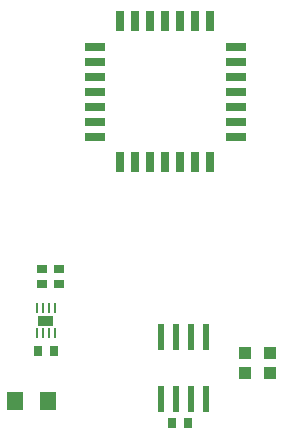
<source format=gbr>
G04 EAGLE Gerber RS-274X export*
G75*
%MOMM*%
%FSLAX34Y34*%
%LPD*%
%INSolderpaste Bottom*%
%IPPOS*%
%AMOC8*
5,1,8,0,0,1.08239X$1,22.5*%
G01*
%ADD10R,1.400000X1.600000*%
%ADD11R,0.700000X0.900000*%
%ADD12R,1.000000X1.100000*%
%ADD13R,1.778000X0.762000*%
%ADD14R,0.762000X1.778000*%
%ADD15R,0.609600X2.209800*%
%ADD16R,0.900000X0.700000*%
%ADD17R,0.203200X0.812800*%

G36*
X47627Y120144D02*
X47627Y120144D01*
X47629Y120143D01*
X47672Y120163D01*
X47716Y120181D01*
X47716Y120183D01*
X47718Y120184D01*
X47751Y120269D01*
X47751Y129159D01*
X47750Y129161D01*
X47751Y129163D01*
X47731Y129206D01*
X47713Y129250D01*
X47711Y129250D01*
X47710Y129252D01*
X47625Y129285D01*
X34671Y129285D01*
X34669Y129284D01*
X34667Y129285D01*
X34624Y129265D01*
X34580Y129247D01*
X34580Y129245D01*
X34578Y129244D01*
X34545Y129159D01*
X34545Y120269D01*
X34546Y120267D01*
X34545Y120265D01*
X34565Y120222D01*
X34583Y120178D01*
X34585Y120178D01*
X34586Y120176D01*
X34671Y120143D01*
X47625Y120143D01*
X47627Y120144D01*
G37*
D10*
X43210Y57150D03*
X15210Y57150D03*
D11*
X161440Y38100D03*
X148440Y38100D03*
D12*
X209550Y97400D03*
X209550Y80400D03*
X231140Y97400D03*
X231140Y80400D03*
D13*
X82550Y318770D03*
X82550Y331470D03*
X82550Y344170D03*
X82550Y356870D03*
D14*
X104140Y378460D03*
X116840Y378460D03*
X129540Y378460D03*
X142240Y378460D03*
X154940Y378460D03*
X167640Y378460D03*
X180340Y378460D03*
D13*
X201930Y356870D03*
X201930Y344170D03*
X201930Y331470D03*
X201930Y318770D03*
X201930Y306070D03*
X201930Y293370D03*
X201930Y280670D03*
D14*
X180340Y259080D03*
X167640Y259080D03*
X154940Y259080D03*
X142240Y259080D03*
X129540Y259080D03*
X116840Y259080D03*
X104140Y259080D03*
D13*
X82550Y280670D03*
X82550Y293370D03*
X82550Y306070D03*
D15*
X138430Y111252D03*
X151130Y111252D03*
X163830Y111252D03*
X176530Y111252D03*
X176530Y58928D03*
X163830Y58928D03*
X151130Y58928D03*
X138430Y58928D03*
D11*
X34902Y99314D03*
X47902Y99314D03*
D16*
X38100Y155806D03*
X38100Y168806D03*
X52070Y156060D03*
X52070Y169060D03*
D17*
X48768Y114173D03*
X43688Y114173D03*
X38608Y114173D03*
X33528Y114173D03*
X33528Y135255D03*
X38608Y135255D03*
X43688Y135255D03*
X48768Y135255D03*
M02*

</source>
